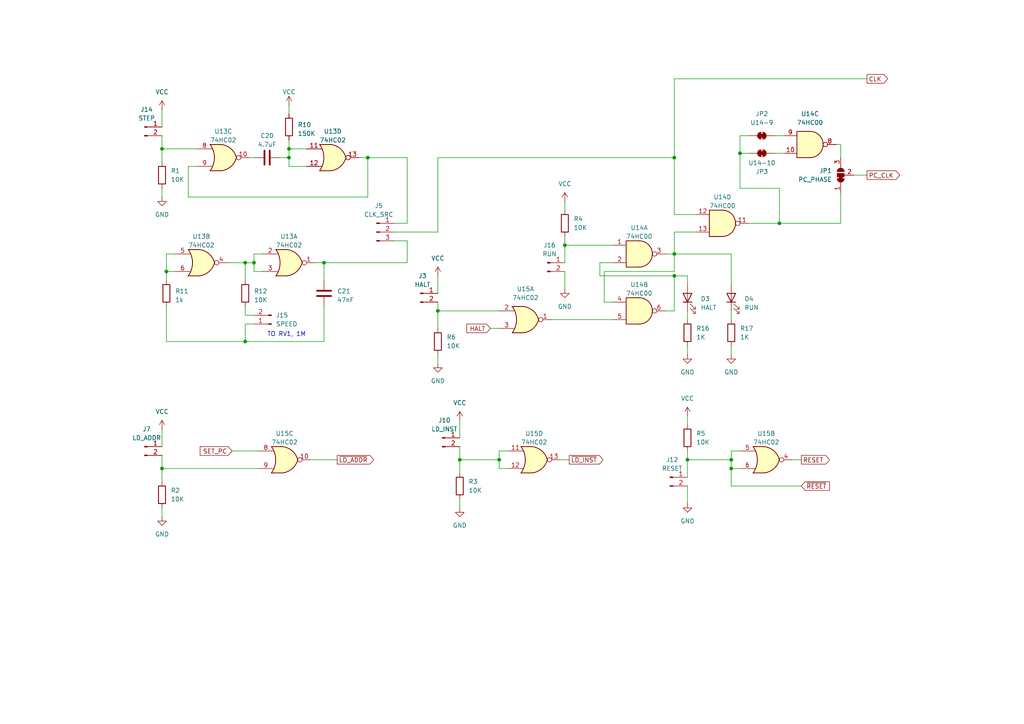
<source format=kicad_sch>
(kicad_sch (version 20231120) (generator "eeschema") (generator_version "8.0")
  (paper "A4")
  (title_block (title "Uno 14500") (date "2024-02-13") (rev "0.1") (company "By JNP-3R"))
  (lib_symbols
    (symbol "74xx:74HC00" (pin_names (offset 1.016))
      (property "Reference" "U" (at 0 1.27 0))
      (property "Value" "74HC00" (at 0 -1.27 0))
      (symbol "74HC00_1_1"
        (arc (start 0 -3.81) (mid 3.7934 0) (end 0 3.81) (stroke (width 0.254)) (fill (type background)))
        (polyline (pts (xy 0 3.81) (xy -3.81 3.81) (xy -3.81 -3.81) (xy 0 -3.81)) (stroke (width 0.254)) (fill (type background)))
        (pin input line (at -7.62 2.54 0) (length 3.81) (name "~") (number "1"))
        (pin input line (at -7.62 -2.54 0) (length 3.81) (name "~") (number "2"))
        (pin output inverted (at 7.62 0 180) (length 3.81) (name "~") (number "3"))
      )
      (symbol "74HC00_1_2"
        (arc (start -3.81 -3.81) (mid -2.589 0) (end -3.81 3.81) (stroke (width 0.254)))
        (arc (start -0.6096 -3.81) (mid 2.1842 -2.5851) (end 3.81 0) (stroke (width 0.254)) (fill (type background)))
        (polyline (pts (xy -3.81 -3.81) (xy -0.635 -3.81)) (stroke (width 0.254)) (fill (type background)))
        (polyline (pts (xy -3.81 3.81) (xy -0.635 3.81)) (stroke (width 0.254)) (fill (type background)))
        (polyline (pts (xy -0.635 3.81) (xy -3.81 3.81) (xy -3.81 3.81) (xy -3.556 3.4036) (xy -3.0226 2.2606) (xy -2.6924 1.0414) (xy -2.6162 -0.254) (xy -2.7686 -1.4986) (xy -3.175 -2.7178) (xy -3.81 -3.81) (xy -3.81 -3.81) (xy -0.635 -3.81)) (stroke (width -25.4)) (fill (type background)))
        (arc (start 3.81 0) (mid 2.1915 2.5936) (end -0.6096 3.81) (stroke (width 0.254)) (fill (type background)))
        (pin input inverted (at -7.62 2.54 0) (length 4.318) (name "~") (number "1"))
        (pin input inverted (at -7.62 -2.54 0) (length 4.318) (name "~") (number "2"))
        (pin output line (at 7.62 0 180) (length 3.81) (name "~") (number "3"))
      )
      (symbol "74HC00_2_1"
        (arc (start 0 -3.81) (mid 3.7934 0) (end 0 3.81) (stroke (width 0.254)) (fill (type background)))
        (polyline (pts (xy 0 3.81) (xy -3.81 3.81) (xy -3.81 -3.81) (xy 0 -3.81)) (stroke (width 0.254)) (fill (type background)))
        (pin input line (at -7.62 2.54 0) (length 3.81) (name "~") (number "4"))
        (pin input line (at -7.62 -2.54 0) (length 3.81) (name "~") (number "5"))
        (pin output inverted (at 7.62 0 180) (length 3.81) (name "~") (number "6"))
      )
      (symbol "74HC00_2_2"
        (arc (start -3.81 -3.81) (mid -2.589 0) (end -3.81 3.81) (stroke (width 0.254)))
        (arc (start -0.6096 -3.81) (mid 2.1842 -2.5851) (end 3.81 0) (stroke (width 0.254)) (fill (type background)))
        (polyline (pts (xy -3.81 -3.81) (xy -0.635 -3.81)) (stroke (width 0.254)) (fill (type background)))
        (polyline (pts (xy -3.81 3.81) (xy -0.635 3.81)) (stroke (width 0.254)) (fill (type background)))
        (polyline (pts (xy -0.635 3.81) (xy -3.81 3.81) (xy -3.81 3.81) (xy -3.556 3.4036) (xy -3.0226 2.2606) (xy -2.6924 1.0414) (xy -2.6162 -0.254) (xy -2.7686 -1.4986) (xy -3.175 -2.7178) (xy -3.81 -3.81) (xy -3.81 -3.81) (xy -0.635 -3.81)) (stroke (width -25.4)) (fill (type background)))
        (arc (start 3.81 0) (mid 2.1915 2.5936) (end -0.6096 3.81) (stroke (width 0.254)) (fill (type background)))
        (pin input inverted (at -7.62 2.54 0) (length 4.318) (name "~") (number "4"))
        (pin input inverted (at -7.62 -2.54 0) (length 4.318) (name "~") (number "5"))
        (pin output line (at 7.62 0 180) (length 3.81) (name "~") (number "6"))
      )
      (symbol "74HC00_3_1"
        (arc (start 0 -3.81) (mid 3.7934 0) (end 0 3.81) (stroke (width 0.254)) (fill (type background)))
        (polyline (pts (xy 0 3.81) (xy -3.81 3.81) (xy -3.81 -3.81) (xy 0 -3.81)) (stroke (width 0.254)) (fill (type background)))
        (pin input line (at -7.62 -2.54 0) (length 3.81) (name "~") (number "10"))
        (pin output inverted (at 7.62 0 180) (length 3.81) (name "~") (number "8"))
        (pin input line (at -7.62 2.54 0) (length 3.81) (name "~") (number "9"))
      )
      (symbol "74HC00_3_2"
        (arc (start -3.81 -3.81) (mid -2.589 0) (end -3.81 3.81) (stroke (width 0.254)))
        (arc (start -0.6096 -3.81) (mid 2.1842 -2.5851) (end 3.81 0) (stroke (width 0.254)) (fill (type background)))
        (polyline (pts (xy -3.81 -3.81) (xy -0.635 -3.81)) (stroke (width 0.254)) (fill (type background)))
        (polyline (pts (xy -3.81 3.81) (xy -0.635 3.81)) (stroke (width 0.254)) (fill (type background)))
        (polyline (pts (xy -0.635 3.81) (xy -3.81 3.81) (xy -3.81 3.81) (xy -3.556 3.4036) (xy -3.0226 2.2606) (xy -2.6924 1.0414) (xy -2.6162 -0.254) (xy -2.7686 -1.4986) (xy -3.175 -2.7178) (xy -3.81 -3.81) (xy -3.81 -3.81) (xy -0.635 -3.81)) (stroke (width -25.4)) (fill (type background)))
        (arc (start 3.81 0) (mid 2.1915 2.5936) (end -0.6096 3.81) (stroke (width 0.254)) (fill (type background)))
        (pin input inverted (at -7.62 -2.54 0) (length 4.318) (name "~") (number "10"))
        (pin output line (at 7.62 0 180) (length 3.81) (name "~") (number "8"))
        (pin input inverted (at -7.62 2.54 0) (length 4.318) (name "~") (number "9"))
      )
      (symbol "74HC00_4_1"
        (arc (start 0 -3.81) (mid 3.7934 0) (end 0 3.81) (stroke (width 0.254)) (fill (type background)))
        (polyline (pts (xy 0 3.81) (xy -3.81 3.81) (xy -3.81 -3.81) (xy 0 -3.81)) (stroke (width 0.254)) (fill (type background)))
        (pin output inverted (at 7.62 0 180) (length 3.81) (name "~") (number "11"))
        (pin input line (at -7.62 2.54 0) (length 3.81) (name "~") (number "12"))
        (pin input line (at -7.62 -2.54 0) (length 3.81) (name "~") (number "13"))
      )
      (symbol "74HC00_4_2"
        (arc (start -3.81 -3.81) (mid -2.589 0) (end -3.81 3.81) (stroke (width 0.254)))
        (arc (start -0.6096 -3.81) (mid 2.1842 -2.5851) (end 3.81 0) (stroke (width 0.254)) (fill (type background)))
        (polyline (pts (xy -3.81 -3.81) (xy -0.635 -3.81)) (stroke (width 0.254)) (fill (type background)))
        (polyline (pts (xy -3.81 3.81) (xy -0.635 3.81)) (stroke (width 0.254)) (fill (type background)))
        (polyline (pts (xy -0.635 3.81) (xy -3.81 3.81) (xy -3.81 3.81) (xy -3.556 3.4036) (xy -3.0226 2.2606) (xy -2.6924 1.0414) (xy -2.6162 -0.254) (xy -2.7686 -1.4986) (xy -3.175 -2.7178) (xy -3.81 -3.81) (xy -3.81 -3.81) (xy -0.635 -3.81)) (stroke (width -25.4)) (fill (type background)))
        (arc (start 3.81 0) (mid 2.1915 2.5936) (end -0.6096 3.81) (stroke (width 0.254)) (fill (type background)))
        (pin output line (at 7.62 0 180) (length 3.81) (name "~") (number "11"))
        (pin input inverted (at -7.62 2.54 0) (length 4.318) (name "~") (number "12"))
        (pin input inverted (at -7.62 -2.54 0) (length 4.318) (name "~") (number "13"))
      )
      (symbol "74HC00_5_0"
        (pin power_in line (at 0 12.7 270) (length 5.08) (name "VCC") (number "14"))
        (pin power_in line (at 0 -12.7 90) (length 5.08) (name "GND") (number "7"))
      )
      (symbol "74HC00_5_1"
        (rectangle (start -5.08 7.62) (end 5.08 -7.62) (stroke (width 0.254)) (fill (type background)))
      )
    )
    (symbol "74xx:74HC02" (pin_names (offset 1.016))
      (property "Reference" "U" (at 0 1.27 0))
      (property "Value" "74HC02" (at 0 -1.27 0))
      (symbol "74HC02_1_1"
        (arc (start -3.81 -3.81) (mid -2.589 0) (end -3.81 3.81) (stroke (width 0.254)))
        (arc (start -0.6096 -3.81) (mid 2.1842 -2.5851) (end 3.81 0) (stroke (width 0.254)) (fill (type background)))
        (polyline (pts (xy -3.81 -3.81) (xy -0.635 -3.81)) (stroke (width 0.254)) (fill (type background)))
        (polyline (pts (xy -3.81 3.81) (xy -0.635 3.81)) (stroke (width 0.254)) (fill (type background)))
        (polyline (pts (xy -0.635 3.81) (xy -3.81 3.81) (xy -3.81 3.81) (xy -3.556 3.4036) (xy -3.0226 2.2606) (xy -2.6924 1.0414) (xy -2.6162 -0.254) (xy -2.7686 -1.4986) (xy -3.175 -2.7178) (xy -3.81 -3.81) (xy -3.81 -3.81) (xy -0.635 -3.81)) (stroke (width -25.4)) (fill (type background)))
        (arc (start 3.81 0) (mid 2.1915 2.5936) (end -0.6096 3.81) (stroke (width 0.254)) (fill (type background)))
        (pin output inverted (at 7.62 0 180) (length 3.81) (name "~") (number "1"))
        (pin input line (at -7.62 2.54 0) (length 4.318) (name "~") (number "2"))
        (pin input line (at -7.62 -2.54 0) (length 4.318) (name "~") (number "3"))
      )
      (symbol "74HC02_1_2"
        (arc (start 0 -3.81) (mid 3.7934 0) (end 0 3.81) (stroke (width 0.254)) (fill (type background)))
        (polyline (pts (xy 0 3.81) (xy -3.81 3.81) (xy -3.81 -3.81) (xy 0 -3.81)) (stroke (width 0.254)) (fill (type background)))
        (pin output line (at 7.62 0 180) (length 3.81) (name "~") (number "1"))
        (pin input inverted (at -7.62 2.54 0) (length 3.81) (name "~") (number "2"))
        (pin input inverted (at -7.62 -2.54 0) (length 3.81) (name "~") (number "3"))
      )
      (symbol "74HC02_2_1"
        (arc (start -3.81 -3.81) (mid -2.589 0) (end -3.81 3.81) (stroke (width 0.254)))
        (arc (start -0.6096 -3.81) (mid 2.1842 -2.5851) (end 3.81 0) (stroke (width 0.254)) (fill (type background)))
        (polyline (pts (xy -3.81 -3.81) (xy -0.635 -3.81)) (stroke (width 0.254)) (fill (type background)))
        (polyline (pts (xy -3.81 3.81) (xy -0.635 3.81)) (stroke (width 0.254)) (fill (type background)))
        (polyline (pts (xy -0.635 3.81) (xy -3.81 3.81) (xy -3.81 3.81) (xy -3.556 3.4036) (xy -3.0226 2.2606) (xy -2.6924 1.0414) (xy -2.6162 -0.254) (xy -2.7686 -1.4986) (xy -3.175 -2.7178) (xy -3.81 -3.81) (xy -3.81 -3.81) (xy -0.635 -3.81)) (stroke (width -25.4)) (fill (type background)))
        (arc (start 3.81 0) (mid 2.1915 2.5936) (end -0.6096 3.81) (stroke (width 0.254)) (fill (type background)))
        (pin output inverted (at 7.62 0 180) (length 3.81) (name "~") (number "4"))
        (pin input line (at -7.62 2.54 0) (length 4.318) (name "~") (number "5"))
        (pin input line (at -7.62 -2.54 0) (length 4.318) (name "~") (number "6"))
      )
      (symbol "74HC02_2_2"
        (arc (start 0 -3.81) (mid 3.7934 0) (end 0 3.81) (stroke (width 0.254)) (fill (type background)))
        (polyline (pts (xy 0 3.81) (xy -3.81 3.81) (xy -3.81 -3.81) (xy 0 -3.81)) (stroke (width 0.254)) (fill (type background)))
        (pin output line (at 7.62 0 180) (length 3.81) (name "~") (number "4"))
        (pin input inverted (at -7.62 2.54 0) (length 3.81) (name "~") (number "5"))
        (pin input inverted (at -7.62 -2.54 0) (length 3.81) (name "~") (number "6"))
      )
      (symbol "74HC02_3_1"
        (arc (start -3.81 -3.81) (mid -2.589 0) (end -3.81 3.81) (stroke (width 0.254)))
        (arc (start -0.6096 -3.81) (mid 2.1842 -2.5851) (end 3.81 0) (stroke (width 0.254)) (fill (type background)))
        (polyline (pts (xy -3.81 -3.81) (xy -0.635 -3.81)) (stroke (width 0.254)) (fill (type background)))
        (polyline (pts (xy -3.81 3.81) (xy -0.635 3.81)) (stroke (width 0.254)) (fill (type background)))
        (polyline (pts (xy -0.635 3.81) (xy -3.81 3.81) (xy -3.81 3.81) (xy -3.556 3.4036) (xy -3.0226 2.2606) (xy -2.6924 1.0414) (xy -2.6162 -0.254) (xy -2.7686 -1.4986) (xy -3.175 -2.7178) (xy -3.81 -3.81) (xy -3.81 -3.81) (xy -0.635 -3.81)) (stroke (width -25.4)) (fill (type background)))
        (arc (start 3.81 0) (mid 2.1915 2.5936) (end -0.6096 3.81) (stroke (width 0.254)) (fill (type background)))
        (pin output inverted (at 7.62 0 180) (length 3.81) (name "~") (number "10"))
        (pin input line (at -7.62 2.54 0) (length 4.318) (name "~") (number "8"))
        (pin input line (at -7.62 -2.54 0) (length 4.318) (name "~") (number "9"))
      )
      (symbol "74HC02_3_2"
        (arc (start 0 -3.81) (mid 3.7934 0) (end 0 3.81) (stroke (width 0.254)) (fill (type background)))
        (polyline (pts (xy 0 3.81) (xy -3.81 3.81) (xy -3.81 -3.81) (xy 0 -3.81)) (stroke (width 0.254)) (fill (type background)))
        (pin output line (at 7.62 0 180) (length 3.81) (name "~") (number "10"))
        (pin input inverted (at -7.62 2.54 0) (length 3.81) (name "~") (number "8"))
        (pin input inverted (at -7.62 -2.54 0) (length 3.81) (name "~") (number "9"))
      )
      (symbol "74HC02_4_1"
        (arc (start -3.81 -3.81) (mid -2.589 0) (end -3.81 3.81) (stroke (width 0.254)))
        (arc (start -0.6096 -3.81) (mid 2.1842 -2.5851) (end 3.81 0) (stroke (width 0.254)) (fill (type background)))
        (polyline (pts (xy -3.81 -3.81) (xy -0.635 -3.81)) (stroke (width 0.254)) (fill (type background)))
        (polyline (pts (xy -3.81 3.81) (xy -0.635 3.81)) (stroke (width 0.254)) (fill (type background)))
        (polyline (pts (xy -0.635 3.81) (xy -3.81 3.81) (xy -3.81 3.81) (xy -3.556 3.4036) (xy -3.0226 2.2606) (xy -2.6924 1.0414) (xy -2.6162 -0.254) (xy -2.7686 -1.4986) (xy -3.175 -2.7178) (xy -3.81 -3.81) (xy -3.81 -3.81) (xy -0.635 -3.81)) (stroke (width -25.4)) (fill (type background)))
        (arc (start 3.81 0) (mid 2.1915 2.5936) (end -0.6096 3.81) (stroke (width 0.254)) (fill (type background)))
        (pin input line (at -7.62 2.54 0) (length 4.318) (name "~") (number "11"))
        (pin input line (at -7.62 -2.54 0) (length 4.318) (name "~") (number "12"))
        (pin output inverted (at 7.62 0 180) (length 3.81) (name "~") (number "13"))
      )
      (symbol "74HC02_4_2"
        (arc (start 0 -3.81) (mid 3.7934 0) (end 0 3.81) (stroke (width 0.254)) (fill (type background)))
        (polyline (pts (xy 0 3.81) (xy -3.81 3.81) (xy -3.81 -3.81) (xy 0 -3.81)) (stroke (width 0.254)) (fill (type background)))
        (pin input inverted (at -7.62 2.54 0) (length 3.81) (name "~") (number "11"))
        (pin input inverted (at -7.62 -2.54 0) (length 3.81) (name "~") (number "12"))
        (pin output line (at 7.62 0 180) (length 3.81) (name "~") (number "13"))
      )
      (symbol "74HC02_5_0"
        (pin power_in line (at 0 12.7 270) (length 5.08) (name "VCC") (number "14"))
        (pin power_in line (at 0 -12.7 90) (length 5.08) (name "GND") (number "7"))
      )
      (symbol "74HC02_5_1"
        (rectangle (start -5.08 7.62) (end 5.08 -7.62) (stroke (width 0.254)) (fill (type background)))
      )
    )
    (symbol "Connector:Conn_01x02_Pin" (pin_names (offset 1.016) hide)
      (property "Reference" "J" (at 0 2.54 0))
      (property "Value" "Conn_01x02_Pin" (at 0 -5.08 0))
      (symbol "Conn_01x02_Pin_1_1"
        (polyline (pts (xy 1.27 -2.54) (xy 0.8636 -2.54)) (stroke (width 0.1524)))
        (polyline (pts (xy 1.27 0) (xy 0.8636 0)) (stroke (width 0.1524)))
        (rectangle (start 0.8636 -2.413) (end 0 -2.667) (stroke (width 0.1524)) (fill (type outline)))
        (rectangle (start 0.8636 0.127) (end 0 -0.127) (stroke (width 0.1524)) (fill (type outline)))
        (pin passive line (at 5.08 0 180) (length 3.81) (name "Pin_1") (number "1"))
        (pin passive line (at 5.08 -2.54 180) (length 3.81) (name "Pin_2") (number "2"))
      )
    )
    (symbol "Connector:Conn_01x03_Pin" (pin_names (offset 1.016) hide)
      (property "Reference" "J" (at 0 5.08 0))
      (property "Value" "Conn_01x03_Pin" (at 0 -5.08 0))
      (symbol "Conn_01x03_Pin_1_1"
        (polyline (pts (xy 1.27 -2.54) (xy 0.8636 -2.54)) (stroke (width 0.1524)))
        (polyline (pts (xy 1.27 0) (xy 0.8636 0)) (stroke (width 0.1524)))
        (polyline (pts (xy 1.27 2.54) (xy 0.8636 2.54)) (stroke (width 0.1524)))
        (rectangle (start 0.8636 -2.413) (end 0 -2.667) (stroke (width 0.1524)) (fill (type outline)))
        (rectangle (start 0.8636 0.127) (end 0 -0.127) (stroke (width 0.1524)) (fill (type outline)))
        (rectangle (start 0.8636 2.667) (end 0 2.413) (stroke (width 0.1524)) (fill (type outline)))
        (pin passive line (at 5.08 2.54 180) (length 3.81) (name "Pin_1") (number "1"))
        (pin passive line (at 5.08 0 180) (length 3.81) (name "Pin_2") (number "2"))
        (pin passive line (at 5.08 -2.54 180) (length 3.81) (name "Pin_3") (number "3"))
      )
    )
    (symbol "Device:C" (pin_numbers hide) (pin_names (offset 0.254))
      (property "Reference" "C" (at 0.635 2.54 0))
      (property "Value" "C" (at 0.635 -2.54 0))
      (symbol "C_0_1"
        (polyline (pts (xy -2.032 -0.762) (xy 2.032 -0.762)) (stroke (width 0.508)))
        (polyline (pts (xy -2.032 0.762) (xy 2.032 0.762)) (stroke (width 0.508)))
      )
      (symbol "C_1_1"
        (pin passive line (at 0 3.81 270) (length 2.794) (name "~") (number "1"))
        (pin passive line (at 0 -3.81 90) (length 2.794) (name "~") (number "2"))
      )
    )
    (symbol "Device:LED" (pin_numbers hide) (pin_names (offset 1.016) hide)
      (property "Reference" "D" (at 0 2.54 0))
      (property "Value" "LED" (at 0 -2.54 0))
      (symbol "LED_0_1"
        (polyline (pts (xy -1.27 -1.27) (xy -1.27 1.27)) (stroke (width 0.254)))
        (polyline (pts (xy -1.27 0) (xy 1.27 0)))
        (polyline (pts (xy 1.27 -1.27) (xy 1.27 1.27) (xy -1.27 0) (xy 1.27 -1.27)) (stroke (width 0.254)))
        (polyline (pts (xy -3.048 -0.762) (xy -4.572 -2.286) (xy -3.81 -2.286) (xy -4.572 -2.286) (xy -4.572 -1.524)))
        (polyline (pts (xy -1.778 -0.762) (xy -3.302 -2.286) (xy -2.54 -2.286) (xy -3.302 -2.286) (xy -3.302 -1.524)))
      )
      (symbol "LED_1_1"
        (pin passive line (at -3.81 0 0) (length 2.54) (name "K") (number "1"))
        (pin passive line (at 3.81 0 180) (length 2.54) (name "A") (number "2"))
      )
    )
    (symbol "Device:R" (pin_numbers hide) (pin_names (offset 0))
      (property "Reference" "R" (at 2.032 0 90))
      (property "Value" "R" (at 0 0 90))
      (symbol "R_0_1"
        (rectangle (start -1.016 -2.54) (end 1.016 2.54) (stroke (width 0.254)))
      )
      (symbol "R_1_1"
        (pin passive line (at 0 3.81 270) (length 1.27) (name "~") (number "1"))
        (pin passive line (at 0 -3.81 90) (length 1.27) (name "~") (number "2"))
      )
    )
    (symbol "GND_1" (power) (pin_numbers hide) (pin_names (offset 0) hide)
      (property "Value" "GND" (at 0 -3.81 0))
      (symbol "GND_1_0_1"
        (polyline (pts (xy 0 0) (xy 0 -1.27) (xy 1.27 -1.27) (xy 0 -2.54) (xy -1.27 -1.27) (xy 0 -1.27)))
      )
      (symbol "GND_1_1_1"
        (pin power_in line (at 0 0 270) (length 0) (name "~") (number "1"))
      )
    )
    (symbol "GND_2" (power) (pin_numbers hide) (pin_names (offset 0) hide)
      (property "Value" "GND" (at 0 -3.81 0))
      (symbol "GND_2_0_1"
        (polyline (pts (xy 0 0) (xy 0 -1.27) (xy 1.27 -1.27) (xy 0 -2.54) (xy -1.27 -1.27) (xy 0 -1.27)))
      )
      (symbol "GND_2_1_1"
        (pin power_in line (at 0 0 270) (length 0) (name "~") (number "1"))
      )
    )
    (symbol "GND_3" (power) (pin_numbers hide) (pin_names (offset 0) hide)
      (property "Value" "GND" (at 0 -3.81 0))
      (symbol "GND_3_0_1"
        (polyline (pts (xy 0 0) (xy 0 -1.27) (xy 1.27 -1.27) (xy 0 -2.54) (xy -1.27 -1.27) (xy 0 -1.27)))
      )
      (symbol "GND_3_1_1"
        (pin power_in line (at 0 0 270) (length 0) (name "~") (number "1"))
      )
    )
    (symbol "Jumper:SolderJumper_2_Bridged" (pin_numbers hide) (pin_names (offset 0) hide) (exclude_from_sim yes) (in_bom no)
      (property "Reference" "JP" (at 0 2.032 0))
      (property "Value" "SolderJumper_2_Bridged" (at 0 -2.54 0))
      (symbol "SolderJumper_2_Bridged_0_1"
        (rectangle (start -0.508 0.508) (end 0.508 -0.508) (fill (type outline)))
        (arc (start -0.254 1.016) (mid -1.2656 0) (end -0.254 -1.016))
        (arc (start -0.254 1.016) (mid -1.2656 0) (end -0.254 -1.016) (fill (type outline)))
        (polyline (pts (xy -0.254 1.016) (xy -0.254 -1.016)))
        (polyline (pts (xy 0.254 1.016) (xy 0.254 -1.016)))
        (arc (start 0.254 -1.016) (mid 1.2656 0) (end 0.254 1.016))
        (arc (start 0.254 -1.016) (mid 1.2656 0) (end 0.254 1.016) (fill (type outline)))
      )
      (symbol "SolderJumper_2_Bridged_1_1"
        (pin passive line (at -3.81 0 0) (length 2.54) (name "A") (number "1"))
        (pin passive line (at 3.81 0 180) (length 2.54) (name "B") (number "2"))
      )
    )
    (symbol "Jumper:SolderJumper_3_Bridged12" (pin_names (offset 0) hide) (exclude_from_sim yes) (in_bom no)
      (property "Reference" "JP" (at -2.54 -2.54 0))
      (property "Value" "SolderJumper_3_Bridged12" (at 0 2.794 0))
      (symbol "SolderJumper_3_Bridged12_0_1"
        (rectangle (start -1.016 0.508) (end -0.508 -0.508) (fill (type outline)))
        (arc (start -1.016 1.016) (mid -2.0276 0) (end -1.016 -1.016))
        (arc (start -1.016 1.016) (mid -2.0276 0) (end -1.016 -1.016) (fill (type outline)))
        (rectangle (start -0.508 1.016) (end 0.508 -1.016) (fill (type outline)))
        (polyline (pts (xy -2.54 0) (xy -2.032 0)))
        (polyline (pts (xy -1.016 1.016) (xy -1.016 -1.016)))
        (polyline (pts (xy 0 -1.27) (xy 0 -1.016)))
        (polyline (pts (xy 1.016 1.016) (xy 1.016 -1.016)))
        (polyline (pts (xy 2.54 0) (xy 2.032 0)))
        (arc (start 1.016 -1.016) (mid 2.0276 0) (end 1.016 1.016))
        (arc (start 1.016 -1.016) (mid 2.0276 0) (end 1.016 1.016) (fill (type outline)))
      )
      (symbol "SolderJumper_3_Bridged12_1_1"
        (pin passive line (at -5.08 0 0) (length 2.54) (name "A") (number "1"))
        (pin passive line (at 0 -3.81 90) (length 2.54) (name "C") (number "2"))
        (pin passive line (at 5.08 0 180) (length 2.54) (name "B") (number "3"))
      )
    )
    (symbol "VCC_1" (power) (pin_numbers hide) (pin_names (offset 0) hide)
      (property "Value" "VCC" (at 0 3.556 0))
      (symbol "VCC_1_0_1"
        (polyline (pts (xy -0.762 1.27) (xy 0 2.54)))
        (polyline (pts (xy 0 0) (xy 0 2.54)))
        (polyline (pts (xy 0 2.54) (xy 0.762 1.27)))
      )
      (symbol "VCC_1_1_1"
        (pin power_in line (at 0 0 90) (length 0) (name "~") (number "1"))
      )
    )
    (symbol "power:VCC" (power) (pin_names (offset 0))
      (property "Value" "VCC" (at 0 3.81 0))
      (symbol "VCC_0_1"
        (polyline (pts (xy -0.762 1.27) (xy 0 2.54)))
        (polyline (pts (xy 0 0) (xy 0 2.54)))
        (polyline (pts (xy 0 2.54) (xy 0.762 1.27)))
      )
      (symbol "VCC_1_1"
        (pin power_in line (at 0 0 90) (length 0) hide (name "VCC") (number "1"))
      )
    )
  )
  (junction (at 212.09 133.35))
  (junction (at 199.39 133.35))
  (junction (at 127 90.17))
  (junction (at 214.63 44.45))
  (junction (at 71.12 99.06))
  (junction (at 195.58 45.72))
  (junction (at 46.99 135.89))
  (junction (at 195.58 73.66))
  (junction (at 73.66 76.2))
  (junction (at 46.99 43.18))
  (junction (at 106.68 45.72))
  (junction (at 83.82 45.72))
  (junction (at 48.26 78.74))
  (junction (at 83.82 43.18))
  (junction (at 144.78 133.35))
  (junction (at 212.09 135.89))
  (junction (at 71.12 76.2))
  (junction (at 93.98 76.2))
  (junction (at 226.06 64.77))
  (junction (at 133.35 133.35))
  (junction (at 195.58 80.01))
  (junction (at 163.83 71.12))
  (wire (pts (xy 127 87.63) (xy 127 90.17)))
  (wire (pts (xy 46.99 43.18) (xy 57.15 43.18)))
  (wire (pts (xy 71.12 88.9) (xy 71.12 91.44)))
  (wire (pts (xy 199.39 90.17) (xy 199.39 92.71)))
  (wire (pts (xy 48.26 78.74) (xy 50.8 78.74)))
  (wire (pts (xy 106.68 45.72) (xy 106.68 57.15)))
  (wire (pts (xy 247.65 50.8) (xy 251.46 50.8)))
  (wire (pts (xy 195.58 67.31) (xy 201.93 67.31)))
  (wire (pts (xy 46.99 39.37) (xy 46.99 43.18)))
  (wire (pts (xy 163.83 58.42) (xy 163.83 60.96)))
  (wire (pts (xy 144.78 130.81) (xy 147.32 130.81)))
  (wire (pts (xy 48.26 81.28) (xy 48.26 78.74)))
  (wire (pts (xy 106.68 45.72) (xy 104.14 45.72)))
  (wire (pts (xy 195.58 73.66) (xy 212.09 73.66)))
  (wire (pts (xy 127 90.17) (xy 127 95.25)))
  (wire (pts (xy 212.09 135.89) (xy 212.09 133.35)))
  (wire (pts (xy 144.78 133.35) (xy 144.78 135.89)))
  (wire (pts (xy 243.84 45.72) (xy 243.84 41.91)))
  (wire (pts (xy 226.06 54.61) (xy 226.06 64.77)))
  (wire (pts (xy 48.26 78.74) (xy 48.26 73.66)))
  (wire (pts (xy 243.84 55.88) (xy 243.84 64.77)))
  (wire (pts (xy 163.83 71.12) (xy 177.8 71.12)))
  (wire (pts (xy 199.39 120.65) (xy 199.39 123.19)))
  (wire (pts (xy 163.83 71.12) (xy 163.83 76.2)))
  (wire (pts (xy 93.98 99.06) (xy 93.98 88.9)))
  (wire (pts (xy 173.99 76.2) (xy 177.8 76.2)))
  (wire (pts (xy 195.58 73.66) (xy 195.58 78.74)))
  (wire (pts (xy 195.58 22.86) (xy 195.58 45.72)))
  (wire (pts (xy 133.35 121.92) (xy 133.35 127)))
  (wire (pts (xy 195.58 73.66) (xy 195.58 67.31)))
  (wire (pts (xy 224.79 39.37) (xy 227.33 39.37)))
  (wire (pts (xy 193.04 90.17) (xy 195.58 90.17)))
  (wire (pts (xy 71.12 99.06) (xy 93.98 99.06)))
  (wire (pts (xy 199.39 140.97) (xy 199.39 146.05)))
  (wire (pts (xy 83.82 30.48) (xy 83.82 33.02)))
  (wire (pts (xy 71.12 93.98) (xy 71.12 99.06)))
  (wire (pts (xy 48.26 99.06) (xy 48.26 88.9)))
  (wire (pts (xy 83.82 48.26) (xy 83.82 45.72)))
  (wire (pts (xy 173.99 80.01) (xy 173.99 76.2)))
  (wire (pts (xy 83.82 43.18) (xy 88.9 43.18)))
  (wire (pts (xy 212.09 90.17) (xy 212.09 92.71)))
  (wire (pts (xy 162.56 133.35) (xy 165.1 133.35)))
  (wire (pts (xy 114.3 67.31) (xy 127 67.31)))
  (wire (pts (xy 175.26 87.63) (xy 177.8 87.63)))
  (wire (pts (xy 73.66 78.74) (xy 73.66 76.2)))
  (wire (pts (xy 83.82 43.18) (xy 83.82 45.72)))
  (wire (pts (xy 46.99 135.89) (xy 74.93 135.89)))
  (wire (pts (xy 127 102.87) (xy 127 105.41)))
  (wire (pts (xy 212.09 100.33) (xy 212.09 102.87)))
  (wire (pts (xy 83.82 40.64) (xy 83.82 43.18)))
  (wire (pts (xy 195.58 90.17) (xy 195.58 80.01)))
  (wire (pts (xy 127 90.17) (xy 144.78 90.17)))
  (wire (pts (xy 93.98 76.2) (xy 93.98 81.28)))
  (wire (pts (xy 163.83 78.74) (xy 163.83 83.82)))
  (wire (pts (xy 199.39 82.55) (xy 199.39 80.01)))
  (wire (pts (xy 118.11 64.77) (xy 114.3 64.77)))
  (wire (pts (xy 76.2 78.74) (xy 73.66 78.74)))
  (wire (pts (xy 46.99 147.32) (xy 46.99 149.86)))
  (wire (pts (xy 212.09 130.81) (xy 214.63 130.81)))
  (wire (pts (xy 54.61 57.15) (xy 106.68 57.15)))
  (wire (pts (xy 214.63 44.45) (xy 214.63 54.61)))
  (wire (pts (xy 114.3 69.85) (xy 118.11 69.85)))
  (wire (pts (xy 217.17 64.77) (xy 226.06 64.77)))
  (wire (pts (xy 46.99 124.46) (xy 46.99 129.54)))
  (wire (pts (xy 160.02 92.71) (xy 177.8 92.71)))
  (wire (pts (xy 54.61 48.26) (xy 54.61 57.15)))
  (wire (pts (xy 133.35 133.35) (xy 133.35 137.16)))
  (wire (pts (xy 71.12 76.2) (xy 71.12 81.28)))
  (wire (pts (xy 133.35 129.54) (xy 133.35 133.35)))
  (wire (pts (xy 127 45.72) (xy 195.58 45.72)))
  (wire (pts (xy 243.84 41.91) (xy 242.57 41.91)))
  (wire (pts (xy 71.12 76.2) (xy 73.66 76.2)))
  (wire (pts (xy 118.11 76.2) (xy 93.98 76.2)))
  (wire (pts (xy 118.11 64.77) (xy 118.11 45.72)))
  (wire (pts (xy 83.82 45.72) (xy 81.28 45.72)))
  (wire (pts (xy 201.93 62.23) (xy 195.58 62.23)))
  (wire (pts (xy 163.83 68.58) (xy 163.83 71.12)))
  (wire (pts (xy 118.11 69.85) (xy 118.11 76.2)))
  (wire (pts (xy 48.26 99.06) (xy 71.12 99.06)))
  (wire (pts (xy 46.99 43.18) (xy 46.99 46.99)))
  (wire (pts (xy 195.58 62.23) (xy 195.58 45.72)))
  (wire (pts (xy 199.39 133.35) (xy 212.09 133.35)))
  (wire (pts (xy 199.39 133.35) (xy 199.39 138.43)))
  (wire (pts (xy 72.39 45.72) (xy 73.66 45.72)))
  (wire (pts (xy 88.9 48.26) (xy 83.82 48.26)))
  (wire (pts (xy 90.17 133.35) (xy 97.79 133.35)))
  (wire (pts (xy 73.66 93.98) (xy 71.12 93.98)))
  (wire (pts (xy 212.09 133.35) (xy 212.09 130.81)))
  (wire (pts (xy 133.35 144.78) (xy 133.35 147.32)))
  (wire (pts (xy 144.78 95.25) (xy 142.24 95.25)))
  (wire (pts (xy 66.04 76.2) (xy 71.12 76.2)))
  (wire (pts (xy 71.12 91.44) (xy 73.66 91.44)))
  (wire (pts (xy 214.63 39.37) (xy 217.17 39.37)))
  (wire (pts (xy 175.26 78.74) (xy 175.26 87.63)))
  (wire (pts (xy 199.39 130.81) (xy 199.39 133.35)))
  (wire (pts (xy 212.09 82.55) (xy 212.09 73.66)))
  (wire (pts (xy 46.99 135.89) (xy 46.99 139.7)))
  (wire (pts (xy 232.41 140.97) (xy 212.09 140.97)))
  (wire (pts (xy 133.35 133.35) (xy 144.78 133.35)))
  (wire (pts (xy 144.78 135.89) (xy 147.32 135.89)))
  (wire (pts (xy 144.78 130.81) (xy 144.78 133.35)))
  (wire (pts (xy 199.39 80.01) (xy 195.58 80.01)))
  (wire (pts (xy 46.99 54.61) (xy 46.99 57.15)))
  (wire (pts (xy 195.58 80.01) (xy 173.99 80.01)))
  (wire (pts (xy 226.06 64.77) (xy 243.84 64.77)))
  (wire (pts (xy 127 67.31) (xy 127 45.72)))
  (wire (pts (xy 193.04 73.66) (xy 195.58 73.66)))
  (wire (pts (xy 106.68 45.72) (xy 118.11 45.72)))
  (wire (pts (xy 73.66 73.66) (xy 76.2 73.66)))
  (wire (pts (xy 229.87 133.35) (xy 232.41 133.35)))
  (wire (pts (xy 214.63 54.61) (xy 226.06 54.61)))
  (wire (pts (xy 48.26 73.66) (xy 50.8 73.66)))
  (wire (pts (xy 214.63 135.89) (xy 212.09 135.89)))
  (wire (pts (xy 46.99 31.75) (xy 46.99 36.83)))
  (wire (pts (xy 214.63 44.45) (xy 214.63 39.37)))
  (wire (pts (xy 195.58 22.86) (xy 251.46 22.86)))
  (wire (pts (xy 93.98 76.2) (xy 91.44 76.2)))
  (wire (pts (xy 127 80.01) (xy 127 85.09)))
  (wire (pts (xy 199.39 100.33) (xy 199.39 102.87)))
  (wire (pts (xy 217.17 44.45) (xy 214.63 44.45)))
  (wire (pts (xy 57.15 48.26) (xy 54.61 48.26)))
  (wire (pts (xy 73.66 76.2) (xy 73.66 73.66)))
  (wire (pts (xy 224.79 44.45) (xy 227.33 44.45)))
  (wire (pts (xy 46.99 132.08) (xy 46.99 135.89)))
  (wire (pts (xy 195.58 78.74) (xy 175.26 78.74)))
  (wire (pts (xy 67.31 130.81) (xy 74.93 130.81)))
  (wire (pts (xy 212.09 135.89) (xy 212.09 140.97)))
  (text "TO RV1, 1M\n" (at 77.47 97.79 0) (effects (font (size 1.27 1.27)) (justify left bottom)))
  (global_label "CLK" (shape output) (at 251.46 22.86 0) (property "Intersheetrefs" "${INTERSHEET_REFS}" (effects (hide yes))))
  (global_label "HALT" (shape input) (at 142.24 95.25 180) (property "Intersheetrefs" "${INTERSHEET_REFS}" (effects (hide yes))))
  (global_label "PC_CLK" (shape output) (at 251.46 50.8 0) (property "Intersheetrefs" "${INTERSHEET_REFS}" (effects (hide yes))))
  (global_label "SET_PC" (shape input) (at 67.31 130.81 180) (property "Intersheetrefs" "${INTERSHEET_REFS}" (effects (hide yes))))
  (global_label "~{RESET}" (shape input) (at 232.41 140.97 0) (property "Intersheetrefs" "${INTERSHEET_REFS}" (effects (hide yes))))
  (global_label "RESET" (shape output) (at 232.41 133.35 0) (property "Intersheetrefs" "${INTERSHEET_REFS}" (effects (hide yes))))
  (global_label "~{LD_ADDR}" (shape output) (at 97.79 133.35 0) (property "Intersheetrefs" "${INTERSHEET_REFS}" (effects (hide yes))))
  (global_label "~{LD_INST}" (shape output) (at 165.1 133.35 0) (property "Intersheetrefs" "${INTERSHEET_REFS}" (effects (hide yes))))
  (symbol (lib_id "Device:LED") (at 212.09 86.36 90) (unit 1)
    (property "Reference" "D4" (at 215.9 86.6774 90) (effects (justify right)))
    (property "Value" "RUN" (at 215.9 89.2174 90) (effects (justify right)))
    (property "Footprint" "Connector_PinHeader_2.54mm:PinHeader_1x02_P2.54mm_Vertical" (effects (hide yes)))
    (property "Description" "Light emitting diode" (effects (hide yes)))
  )
  (symbol (lib_id "74xx:74HC00") (at 209.55 64.77 0) (unit 4)
    (property "Reference" "U14" (at 209.5417 57.15 0))
    (property "Value" "74HC00" (at 209.5417 59.69 0))
    (property "Footprint" "Package_DIP:DIP-14_W7.62mm_Socket_LongPads" (effects (hide yes)))
    (property "Datasheet" "http://www.ti.com/lit/gpn/sn74hc00" (effects (hide yes)))
  )
  (symbol (lib_name "GND_2") (lib_id "power:GND") (at 46.99 57.15 0) (unit 1)
    (property "Reference" "#PWR07" (effects (hide yes)))
    (property "Value" "GND" (at 46.99 62.23 0))
    (property "Description" "Power symbol creates a global label with name \"GND\" , ground" (effects (hide yes)))
  )
  (symbol (lib_id "Connector:Conn_01x02_Pin") (at 158.75 76.2 0) (unit 1)
    (property "Reference" "J16" (at 159.385 71.12 0))
    (property "Value" "RUN" (at 159.385 73.66 0))
    (property "Footprint" "Connector_PinHeader_2.54mm:PinHeader_1x02_P2.54mm_Vertical" (effects (hide yes)))
    (property "Description" "Generic connector, single row, 01x02, script generated" (effects (hide yes)))
  )
  (symbol (lib_id "Connector:Conn_01x02_Pin") (at 78.74 93.98 180) (unit 1)
    (property "Reference" "J15" (at 80.01 91.4399 0) (effects (justify right)))
    (property "Value" "SPEED" (at 80.01 93.9799 0) (effects (justify right)))
    (property "Footprint" "Connector_PinHeader_2.54mm:PinHeader_1x02_P2.54mm_Vertical" (effects (hide yes)))
    (property "Description" "Generic connector, single row, 01x02, script generated" (effects (hide yes)))
  )
  (symbol (lib_id "Device:R") (at 127 99.06 0) (unit 1)
    (property "Reference" "R6" (at 129.54 97.7899 0) (effects (justify left)))
    (property "Value" "10K" (at 129.54 100.3299 0) (effects (justify left)))
    (property "Footprint" "Resistor_THT:R_Axial_DIN0207_L6.3mm_D2.5mm_P10.16mm_Horizontal" (effects (hide yes)))
    (property "Description" "Resistor" (effects (hide yes)))
  )
  (symbol (lib_name "VCC_1") (lib_id "power:VCC") (at 199.39 120.65 0) (unit 1)
    (property "Reference" "#PWR010" (effects (hide yes)))
    (property "Value" "VCC" (at 199.39 115.57 0))
    (property "Description" "Power symbol creates a global label with name \"VCC\"" (effects (hide yes)))
  )
  (symbol (lib_id "74xx:74HC02") (at 83.82 76.2 0) (unit 1)
    (property "Reference" "U13" (at 83.82 68.58 0))
    (property "Value" "74HC02" (at 83.82 71.12 0))
    (property "Footprint" "Package_DIP:DIP-14_W7.62mm_Socket_LongPads" (effects (hide yes)))
    (property "Datasheet" "http://www.ti.com/lit/gpn/sn74hc02" (effects (hide yes)))
  )
  (symbol (lib_id "Connector:Conn_01x02_Pin") (at 128.27 127 0) (unit 1)
    (property "Reference" "J10" (at 128.905 121.92 0))
    (property "Value" "LD_INST" (at 128.905 124.46 0))
    (property "Footprint" "Connector_PinHeader_2.54mm:PinHeader_1x02_P2.54mm_Vertical" (effects (hide yes)))
    (property "Description" "Generic connector, single row, 01x02, script generated" (effects (hide yes)))
  )
  (symbol (lib_id "Device:LED") (at 199.39 86.36 90) (unit 1)
    (property "Reference" "D3" (at 203.2 86.6774 90) (effects (justify right)))
    (property "Value" "HALT" (at 203.2 89.2174 90) (effects (justify right)))
    (property "Footprint" "Connector_PinHeader_2.54mm:PinHeader_1x02_P2.54mm_Vertical" (effects (hide yes)))
    (property "Description" "Light emitting diode" (effects (hide yes)))
  )
  (symbol (lib_name "VCC_1") (lib_id "power:VCC") (at 46.99 31.75 0) (unit 1)
    (property "Reference" "#PWR02" (effects (hide yes)))
    (property "Value" "VCC" (at 46.99 26.67 0))
    (property "Description" "Power symbol creates a global label with name \"VCC\"" (effects (hide yes)))
  )
  (symbol (lib_name "VCC_1") (lib_id "power:VCC") (at 46.99 124.46 0) (unit 1)
    (property "Reference" "#PWR04" (effects (hide yes)))
    (property "Value" "VCC" (at 46.99 119.38 0))
    (property "Description" "Power symbol creates a global label with name \"VCC\"" (effects (hide yes)))
  )
  (symbol (lib_id "Connector:Conn_01x02_Pin") (at 41.91 129.54 0) (unit 1)
    (property "Reference" "J7" (at 42.545 124.46 0))
    (property "Value" "LD_ADDR" (at 42.545 127 0))
    (property "Footprint" "Connector_PinHeader_2.54mm:PinHeader_1x02_P2.54mm_Vertical" (effects (hide yes)))
    (property "Description" "Generic connector, single row, 01x02, script generated" (effects (hide yes)))
  )
  (symbol (lib_id "Device:R") (at 48.26 85.09 0) (unit 1)
    (property "Reference" "R11" (at 50.8 84.455 0) (effects (justify left)))
    (property "Value" "1k" (at 50.8 86.995 0) (effects (justify left)))
    (property "Footprint" "Resistor_THT:R_Axial_DIN0207_L6.3mm_D2.5mm_P10.16mm_Horizontal" (effects (hide yes)))
  )
  (symbol (lib_name "GND_2") (lib_id "power:GND") (at 133.35 147.32 0) (unit 1)
    (property "Reference" "#PWR09" (effects (hide yes)))
    (property "Value" "GND" (at 133.35 152.4 0))
    (property "Description" "Power symbol creates a global label with name \"GND\" , ground" (effects (hide yes)))
  )
  (symbol (lib_name "GND_2") (lib_id "power:GND") (at 163.83 83.82 0) (unit 1)
    (property "Reference" "#PWR066" (effects (hide yes)))
    (property "Value" "GND" (at 163.83 88.9 0))
    (property "Description" "Power symbol creates a global label with name \"GND\" , ground" (effects (hide yes)))
  )
  (symbol (lib_id "74xx:74HC02") (at 154.94 133.35 0) (unit 4)
    (property "Reference" "U15" (at 154.94 125.73 0))
    (property "Value" "74HC02" (at 154.94 128.27 0))
    (property "Footprint" "Package_DIP:DIP-14_W7.62mm_Socket_LongPads" (effects (hide yes)))
    (property "Datasheet" "http://www.ti.com/lit/gpn/sn74hc02" (effects (hide yes)))
  )
  (symbol (lib_id "Device:R") (at 199.39 127 0) (unit 1)
    (property "Reference" "R5" (at 201.93 125.7299 0) (effects (justify left)))
    (property "Value" "10K" (at 201.93 128.2699 0) (effects (justify left)))
    (property "Footprint" "Resistor_THT:R_Axial_DIN0207_L6.3mm_D2.5mm_P10.16mm_Horizontal" (effects (hide yes)))
    (property "Description" "Resistor" (effects (hide yes)))
  )
  (symbol (lib_id "power:VCC") (at 83.82 30.48 0) (unit 1)
    (property "Reference" "#PWR060" (effects (hide yes)))
    (property "Value" "VCC" (at 83.82 26.67 0))
  )
  (symbol (lib_id "74xx:74HC02") (at 82.55 133.35 0) (unit 3)
    (property "Reference" "U15" (at 82.55 125.73 0))
    (property "Value" "74HC02" (at 82.55 128.27 0))
    (property "Footprint" "Package_DIP:DIP-14_W7.62mm_Socket_LongPads" (effects (hide yes)))
    (property "Datasheet" "http://www.ti.com/lit/gpn/sn74hc02" (effects (hide yes)))
  )
  (symbol (lib_name "GND_2") (lib_id "power:GND") (at 199.39 146.05 0) (unit 1)
    (property "Reference" "#PWR011" (effects (hide yes)))
    (property "Value" "GND" (at 199.39 151.13 0))
    (property "Description" "Power symbol creates a global label with name \"GND\" , ground" (effects (hide yes)))
  )
  (symbol (lib_id "Device:C") (at 77.47 45.72 90) (unit 1)
    (property "Reference" "C20" (at 77.47 39.37 90))
    (property "Value" "4.7uF" (at 77.47 41.91 90))
    (property "Footprint" "Capacitor_THT:C_Rect_L4.6mm_W3.0mm_P2.50mm_MKS02_FKP02" (effects (hide yes)))
  )
  (symbol (lib_id "Jumper:SolderJumper_2_Bridged") (at 220.98 39.37 0) (unit 1) (exclude_from_sim yes) (in_bom no)
    (property "Reference" "JP2" (at 220.98 33.02 0))
    (property "Value" "U14-9" (at 220.98 35.56 0))
    (property "Footprint" "Jumper:SolderJumper-2_P1.3mm_Bridged_RoundedPad1.0x1.5mm" (effects (hide yes)))
    (property "Description" "Solder Jumper, 2-pole, closed/bridged" (effects (hide yes)))
  )
  (symbol (lib_name "VCC_1") (lib_id "power:VCC") (at 127 80.01 0) (unit 1)
    (property "Reference" "#PWR067" (effects (hide yes)))
    (property "Value" "VCC" (at 127 74.93 0))
    (property "Description" "Power symbol creates a global label with name \"VCC\"" (effects (hide yes)))
  )
  (symbol (lib_id "Jumper:SolderJumper_3_Bridged12") (at 243.84 50.8 90) (unit 1) (exclude_from_sim yes) (in_bom no)
    (property "Reference" "JP1" (at 241.3 49.5299 90) (effects (justify left)))
    (property "Value" "PC_PHASE" (at 241.3 52.0699 90) (effects (justify left)))
    (property "Footprint" "Jumper:SolderJumper-3_P1.3mm_Bridged12_RoundedPad1.0x1.5mm" (effects (hide yes)))
    (property "Description" "3-pole Solder Jumper, pins 1+2 closed/bridged" (effects (hide yes)))
  )
  (symbol (lib_id "74xx:74HC02") (at 96.52 45.72 0) (unit 4)
    (property "Reference" "U13" (at 96.52 38.1 0))
    (property "Value" "74HC02" (at 96.52 40.64 0))
    (property "Footprint" "Package_DIP:DIP-14_W7.62mm_Socket_LongPads" (effects (hide yes)))
    (property "Datasheet" "http://www.ti.com/lit/gpn/sn74hc02" (effects (hide yes)))
  )
  (symbol (lib_id "Device:C") (at 93.98 85.09 0) (unit 1)
    (property "Reference" "C21" (at 97.79 84.455 0) (effects (justify left)))
    (property "Value" "47nF" (at 97.79 86.995 0) (effects (justify left)))
    (property "Footprint" "Capacitor_THT:C_Axial_L3.8mm_D2.6mm_P10.00mm_Horizontal" (effects (hide yes)))
  )
  (symbol (lib_id "Device:R") (at 199.39 96.52 0) (unit 1)
    (property "Reference" "R16" (at 201.93 95.2499 0) (effects (justify left)))
    (property "Value" "1K" (at 201.93 97.7899 0) (effects (justify left)))
    (property "Footprint" "Resistor_THT:R_Axial_DIN0207_L6.3mm_D2.5mm_P10.16mm_Horizontal" (effects (hide yes)))
    (property "Description" "Resistor" (effects (hide yes)))
  )
  (symbol (lib_name "GND_2") (lib_id "power:GND") (at 46.99 149.86 0) (unit 1)
    (property "Reference" "#PWR08" (effects (hide yes)))
    (property "Value" "GND" (at 46.99 154.94 0))
    (property "Description" "Power symbol creates a global label with name \"GND\" , ground" (effects (hide yes)))
  )
  (symbol (lib_id "Device:R") (at 46.99 143.51 0) (unit 1)
    (property "Reference" "R2" (at 49.53 142.2399 0) (effects (justify left)))
    (property "Value" "10K" (at 49.53 144.7799 0) (effects (justify left)))
    (property "Footprint" "Resistor_THT:R_Axial_DIN0207_L6.3mm_D2.5mm_P10.16mm_Horizontal" (effects (hide yes)))
    (property "Description" "Resistor" (effects (hide yes)))
  )
  (symbol (lib_name "GND_3") (lib_id "power:GND") (at 212.09 102.87 0) (unit 1)
    (property "Reference" "#PWR075" (effects (hide yes)))
    (property "Value" "GND" (at 212.09 107.95 0))
    (property "Description" "Power symbol creates a global label with name \"GND\" , ground" (effects (hide yes)))
  )
  (symbol (lib_name "GND_2") (lib_id "power:GND") (at 127 105.41 0) (unit 1)
    (property "Reference" "#PWR073" (effects (hide yes)))
    (property "Value" "GND" (at 127 110.49 0))
    (property "Description" "Power symbol creates a global label with name \"GND\" , ground" (effects (hide yes)))
  )
  (symbol (lib_id "Connector:Conn_01x02_Pin") (at 194.31 138.43 0) (unit 1)
    (property "Reference" "J12" (at 194.945 133.35 0))
    (property "Value" "RESET" (at 194.945 135.89 0))
    (property "Footprint" "Connector_PinHeader_2.54mm:PinHeader_1x02_P2.54mm_Vertical" (effects (hide yes)))
    (property "Description" "Generic connector, single row, 01x02, script generated" (effects (hide yes)))
  )
  (symbol (lib_id "Device:R") (at 212.09 96.52 0) (unit 1)
    (property "Reference" "R17" (at 214.63 95.2499 0) (effects (justify left)))
    (property "Value" "1K" (at 214.63 97.7899 0) (effects (justify left)))
    (property "Footprint" "Resistor_THT:R_Axial_DIN0207_L6.3mm_D2.5mm_P10.16mm_Horizontal" (effects (hide yes)))
    (property "Description" "Resistor" (effects (hide yes)))
  )
  (symbol (lib_id "Connector:Conn_01x02_Pin") (at 41.91 36.83 0) (unit 1)
    (property "Reference" "J14" (at 42.545 31.75 0))
    (property "Value" "STEP" (at 42.545 34.29 0))
    (property "Footprint" "Connector_PinHeader_2.54mm:PinHeader_1x02_P2.54mm_Vertical" (effects (hide yes)))
    (property "Description" "Generic connector, single row, 01x02, script generated" (effects (hide yes)))
  )
  (symbol (lib_id "Jumper:SolderJumper_2_Bridged") (at 220.98 44.45 180) (unit 1) (exclude_from_sim yes) (in_bom no)
    (property "Reference" "JP3" (at 220.98 49.784 0))
    (property "Value" "U14-10" (at 220.98 47.244 0))
    (property "Footprint" "Jumper:SolderJumper-2_P1.3mm_Bridged_RoundedPad1.0x1.5mm" (effects (hide yes)))
    (property "Description" "Solder Jumper, 2-pole, closed/bridged" (effects (hide yes)))
  )
  (symbol (lib_id "74xx:74HC00") (at 185.42 73.66 0) (unit 1)
    (property "Reference" "U14" (at 185.4117 66.04 0))
    (property "Value" "74HC00" (at 185.4117 68.58 0))
    (property "Footprint" "Package_DIP:DIP-14_W7.62mm_Socket_LongPads" (effects (hide yes)))
    (property "Datasheet" "http://www.ti.com/lit/gpn/sn74hc00" (effects (hide yes)))
  )
  (symbol (lib_id "Device:R") (at 133.35 140.97 0) (unit 1)
    (property "Reference" "R3" (at 135.89 139.6999 0) (effects (justify left)))
    (property "Value" "10K" (at 135.89 142.2399 0) (effects (justify left)))
    (property "Footprint" "Resistor_THT:R_Axial_DIN0207_L6.3mm_D2.5mm_P10.16mm_Horizontal" (effects (hide yes)))
    (property "Description" "Resistor" (effects (hide yes)))
  )
  (symbol (lib_name "VCC_1") (lib_id "power:VCC") (at 133.35 121.92 0) (unit 1)
    (property "Reference" "#PWR05" (effects (hide yes)))
    (property "Value" "VCC" (at 133.35 116.84 0))
    (property "Description" "Power symbol creates a global label with name \"VCC\"" (effects (hide yes)))
  )
  (symbol (lib_id "74xx:74HC02") (at 222.25 133.35 0) (unit 2)
    (property "Reference" "U15" (at 222.25 125.73 0))
    (property "Value" "74HC02" (at 222.25 128.27 0))
    (property "Footprint" "Package_DIP:DIP-14_W7.62mm_Socket_LongPads" (effects (hide yes)))
    (property "Datasheet" "http://www.ti.com/lit/gpn/sn74hc02" (effects (hide yes)))
  )
  (symbol (lib_id "Connector:Conn_01x02_Pin") (at 121.92 85.09 0) (unit 1)
    (property "Reference" "J3" (at 122.555 80.01 0))
    (property "Value" "HALT" (at 122.555 82.55 0))
    (property "Footprint" "Connector_PinHeader_2.54mm:PinHeader_1x02_P2.54mm_Vertical" (effects (hide yes)))
    (property "Description" "Generic connector, single row, 01x02, script generated" (effects (hide yes)))
  )
  (symbol (lib_id "Device:R") (at 46.99 50.8 0) (unit 1)
    (property "Reference" "R1" (at 49.53 49.5299 0) (effects (justify left)))
    (property "Value" "10K" (at 49.53 52.0699 0) (effects (justify left)))
    (property "Footprint" "Resistor_THT:R_Axial_DIN0207_L6.3mm_D2.5mm_P10.16mm_Horizontal" (effects (hide yes)))
    (property "Description" "Resistor" (effects (hide yes)))
  )
  (symbol (lib_id "74xx:74HC02") (at 152.4 92.71 0) (unit 1)
    (property "Reference" "U15" (at 152.4 83.82 0))
    (property "Value" "74HC02" (at 152.4 86.36 0))
    (property "Footprint" "Package_DIP:DIP-14_W7.62mm_Socket_LongPads" (effects (hide yes)))
    (property "Datasheet" "http://www.ti.com/lit/gpn/sn74hc02" (effects (hide yes)))
  )
  (symbol (lib_id "Connector:Conn_01x03_Pin") (at 109.22 67.31 0) (unit 1)
    (property "Reference" "J5" (at 109.855 59.69 0))
    (property "Value" "CLK_SRC" (at 109.855 62.23 0))
    (property "Footprint" "Connector_PinHeader_2.54mm:PinHeader_1x03_P2.54mm_Vertical" (effects (hide yes)))
    (property "Description" "Generic connector, single row, 01x03, script generated" (effects (hide yes)))
  )
  (symbol (lib_id "74xx:74HC00") (at 234.95 41.91 0) (unit 3)
    (property "Reference" "U14" (at 234.9417 33.02 0))
    (property "Value" "74HC00" (at 234.9417 35.56 0))
    (property "Footprint" "Package_DIP:DIP-14_W7.62mm_Socket_LongPads" (effects (hide yes)))
    (property "Datasheet" "http://www.ti.com/lit/gpn/sn74hc00" (effects (hide yes)))
  )
  (symbol (lib_id "Device:R") (at 83.82 36.83 0) (unit 1)
    (property "Reference" "R10" (at 86.36 36.195 0) (effects (justify left)))
    (property "Value" "150K" (at 86.36 38.735 0) (effects (justify left)))
    (property "Footprint" "Resistor_THT:R_Axial_DIN0207_L6.3mm_D2.5mm_P10.16mm_Horizontal" (effects (hide yes)))
  )
  (symbol (lib_id "74xx:74HC02") (at 58.42 76.2 0) (unit 2)
    (property "Reference" "U13" (at 58.42 68.58 0))
    (property "Value" "74HC02" (at 58.42 71.12 0))
    (property "Footprint" "Package_DIP:DIP-14_W7.62mm_Socket_LongPads" (effects (hide yes)))
    (property "Datasheet" "http://www.ti.com/lit/gpn/sn74hc02" (effects (hide yes)))
  )
  (symbol (lib_id "74xx:74HC02") (at 64.77 45.72 0) (unit 3)
    (property "Reference" "U13" (at 64.77 38.1 0))
    (property "Value" "74HC02" (at 64.77 40.64 0))
    (property "Footprint" "Package_DIP:DIP-14_W7.62mm_Socket_LongPads" (effects (hide yes)))
    (property "Datasheet" "http://www.ti.com/lit/gpn/sn74hc02" (effects (hide yes)))
  )
  (symbol (lib_id "Device:R") (at 163.83 64.77 0) (unit 1)
    (property "Reference" "R4" (at 166.37 63.4999 0) (effects (justify left)))
    (property "Value" "10K" (at 166.37 66.0399 0) (effects (justify left)))
    (property "Footprint" "Resistor_THT:R_Axial_DIN0207_L6.3mm_D2.5mm_P10.16mm_Horizontal" (effects (hide yes)))
    (property "Description" "Resistor" (effects (hide yes)))
  )
  (symbol (lib_id "Device:R") (at 71.12 85.09 0) (unit 1)
    (property "Reference" "R12" (at 73.66 84.455 0) (effects (justify left)))
    (property "Value" "10K" (at 73.66 86.995 0) (effects (justify left)))
    (property "Footprint" "Resistor_THT:R_Axial_DIN0207_L6.3mm_D2.5mm_P10.16mm_Horizontal" (effects (hide yes)))
  )
  (symbol (lib_name "VCC_1") (lib_id "power:VCC") (at 163.83 58.42 0) (unit 1)
    (property "Reference" "#PWR06" (effects (hide yes)))
    (property "Value" "VCC" (at 163.83 53.34 0))
    (property "Description" "Power symbol creates a global label with name \"VCC\"" (effects (hide yes)))
  )
  (symbol (lib_name "GND_1") (lib_id "power:GND") (at 199.39 102.87 0) (unit 1)
    (property "Reference" "#PWR074" (effects (hide yes)))
    (property "Value" "GND" (at 199.39 107.95 0))
    (property "Description" "Power symbol creates a global label with name \"GND\" , ground" (effects (hide yes)))
  )
  (symbol (lib_id "74xx:74HC00") (at 185.42 90.17 0) (unit 2)
    (property "Reference" "U14" (at 185.4117 82.55 0))
    (property "Value" "74HC00" (at 185.4117 85.09 0))
    (property "Footprint" "Package_DIP:DIP-14_W7.62mm_Socket_LongPads" (effects (hide yes)))
    (property "Datasheet" "http://www.ti.com/lit/gpn/sn74hc00" (effects (hide yes)))
  )
)
</source>
